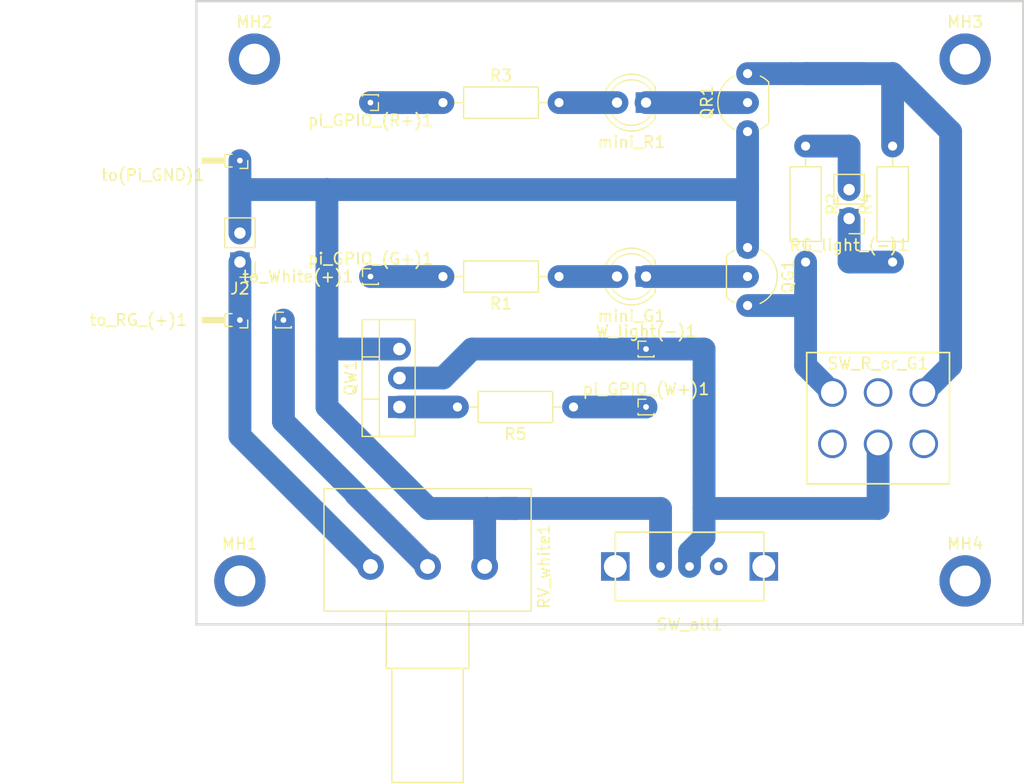
<source format=kicad_pcb>
(kicad_pcb (version 20171130) (host pcbnew "(5.0.0)")

  (general
    (thickness 1.6)
    (drawings 4)
    (tracks 61)
    (zones 0)
    (modules 26)
    (nets 17)
  )

  (page A4)
  (layers
    (0 F.Cu signal)
    (31 B.Cu signal)
    (32 B.Adhes user)
    (33 F.Adhes user)
    (34 B.Paste user)
    (35 F.Paste user)
    (36 B.SilkS user)
    (37 F.SilkS user)
    (38 B.Mask user)
    (39 F.Mask user)
    (40 Dwgs.User user)
    (41 Cmts.User user)
    (42 Eco1.User user)
    (43 Eco2.User user)
    (44 Edge.Cuts user)
    (45 Margin user)
    (46 B.CrtYd user)
    (47 F.CrtYd user)
    (48 B.Fab user)
    (49 F.Fab user)
  )

  (setup
    (last_trace_width 2)
    (trace_clearance 0.2)
    (zone_clearance 0.508)
    (zone_45_only no)
    (trace_min 0.2)
    (segment_width 0.2)
    (edge_width 0.2)
    (via_size 0.8)
    (via_drill 0.4)
    (via_min_size 0.4)
    (via_min_drill 0.3)
    (uvia_size 0.3)
    (uvia_drill 0.1)
    (uvias_allowed no)
    (uvia_min_size 0.2)
    (uvia_min_drill 0.1)
    (pcb_text_width 0.3)
    (pcb_text_size 1.5 1.5)
    (mod_edge_width 0.15)
    (mod_text_size 1 1)
    (mod_text_width 0.15)
    (pad_size 2.7 2.7)
    (pad_drill 2.7)
    (pad_to_mask_clearance 0.2)
    (aux_axis_origin 0 0)
    (visible_elements 7FFFFFFF)
    (pcbplotparams
      (layerselection 0x01000_fffffffe)
      (usegerberextensions false)
      (usegerberattributes false)
      (usegerberadvancedattributes false)
      (creategerberjobfile false)
      (excludeedgelayer false)
      (linewidth 0.100000)
      (plotframeref false)
      (viasonmask false)
      (mode 1)
      (useauxorigin false)
      (hpglpennumber 1)
      (hpglpenspeed 20)
      (hpglpendiameter 15.000000)
      (psnegative false)
      (psa4output false)
      (plotreference true)
      (plotvalue true)
      (plotinvisibletext false)
      (padsonsilk false)
      (subtractmaskfromsilk false)
      (outputformat 1)
      (mirror false)
      (drillshape 0)
      (scaleselection 1)
      (outputdirectory ""))
  )

  (net 0 "")
  (net 1 "Net-(J2-Pad1)")
  (net 2 "Net-(R4-Pad1)")
  (net 3 "Net-(R5-Pad1)")
  (net 4 "Net-(R3-Pad1)")
  (net 5 "Net-(QG1-Pad2)")
  (net 6 "Net-(QG1-Pad3)")
  (net 7 "Net-(J2-Pad2)")
  (net 8 "Net-(QR1-Pad2)")
  (net 9 "Net-(QR1-Pad3)")
  (net 10 "Net-(QW1-Pad1)")
  (net 11 "Net-(QW1-Pad2)")
  (net 12 "Net-(RV_white1-Pad2)")
  (net 13 "Net-(R1-Pad1)")
  (net 14 "Net-(R3-Pad2)")
  (net 15 "Net-(R1-Pad2)")
  (net 16 "Net-(R2-Pad1)")

  (net_class Default "Esta es la clase de red por defecto."
    (clearance 0.2)
    (trace_width 2)
    (via_dia 0.8)
    (via_drill 0.4)
    (uvia_dia 0.3)
    (uvia_drill 0.1)
    (add_net "Net-(J2-Pad1)")
    (add_net "Net-(J2-Pad2)")
    (add_net "Net-(QG1-Pad2)")
    (add_net "Net-(QG1-Pad3)")
    (add_net "Net-(QR1-Pad2)")
    (add_net "Net-(QR1-Pad3)")
    (add_net "Net-(QW1-Pad1)")
    (add_net "Net-(QW1-Pad2)")
    (add_net "Net-(R1-Pad1)")
    (add_net "Net-(R1-Pad2)")
    (add_net "Net-(R2-Pad1)")
    (add_net "Net-(R3-Pad1)")
    (add_net "Net-(R3-Pad2)")
    (add_net "Net-(R4-Pad1)")
    (add_net "Net-(R5-Pad1)")
    (add_net "Net-(RV_white1-Pad2)")
  )

  (module Fluopi:SW_KNX_2_12,5x11,5_P4 (layer F.Cu) (tedit 5D646BBD) (tstamp 5D95F34C)
    (at 127 99.06)
    (path /5D5DFC81)
    (fp_text reference SW_R_or_G1 (at 0 -2.54) (layer F.SilkS)
      (effects (font (size 1 1) (thickness 0.15)))
    )
    (fp_text value SW_DPDT_x2 (at 2.54 9.66) (layer F.Fab)
      (effects (font (size 1 1) (thickness 0.15)))
    )
    (fp_line (start 6.25 -3.5) (end -6.25 -3.5) (layer F.SilkS) (width 0.15))
    (fp_line (start 6.25 -3.5) (end 6.25 8) (layer F.SilkS) (width 0.15))
    (fp_line (start -6.25 8) (end 6.25 8) (layer F.SilkS) (width 0.15))
    (fp_line (start -6.25 -3.5) (end -6.25 8) (layer F.SilkS) (width 0.15))
    (pad 6 thru_hole circle (at 4 4.5) (size 2.5 2.5) (drill 2) (layers *.Cu *.Mask))
    (pad 2 thru_hole circle (at 0 4.5) (size 2.5 2.5) (drill 2) (layers *.Cu *.Mask)
      (net 11 "Net-(QW1-Pad2)"))
    (pad 4 thru_hole circle (at -4 4.5) (size 2.5 2.5) (drill 2) (layers *.Cu *.Mask))
    (pad 3 thru_hole circle (at 4 0) (size 2.5 2.5) (drill 2) (layers *.Cu *.Mask)
      (net 9 "Net-(QR1-Pad3)"))
    (pad 5 thru_hole circle (at 0 0) (size 2.5 2.5) (drill 2) (layers *.Cu *.Mask))
    (pad 1 thru_hole circle (at -4 0) (size 2.5 2.5) (drill 2) (layers *.Cu *.Mask)
      (net 6 "Net-(QG1-Pad3)"))
  )

  (module Connector_PinHeader_2.54mm:PinHeader_1x02_P2.54mm_Vertical (layer F.Cu) (tedit 59FED5CC) (tstamp 5D95F1C5)
    (at 71.12 87.63 180)
    (descr "Through hole straight pin header, 1x02, 2.54mm pitch, single row")
    (tags "Through hole pin header THT 1x02 2.54mm single row")
    (path /5D64D37B)
    (fp_text reference J2 (at 0 -2.33 180) (layer F.SilkS)
      (effects (font (size 1 1) (thickness 0.15)))
    )
    (fp_text value "to power supply V(-)(+)" (at 11.43 1.27 180) (layer F.Fab)
      (effects (font (size 1 1) (thickness 0.15)))
    )
    (fp_line (start -0.635 -1.27) (end 1.27 -1.27) (layer F.Fab) (width 0.1))
    (fp_line (start 1.27 -1.27) (end 1.27 3.81) (layer F.Fab) (width 0.1))
    (fp_line (start 1.27 3.81) (end -1.27 3.81) (layer F.Fab) (width 0.1))
    (fp_line (start -1.27 3.81) (end -1.27 -0.635) (layer F.Fab) (width 0.1))
    (fp_line (start -1.27 -0.635) (end -0.635 -1.27) (layer F.Fab) (width 0.1))
    (fp_line (start -1.33 3.87) (end 1.33 3.87) (layer F.SilkS) (width 0.12))
    (fp_line (start -1.33 1.27) (end -1.33 3.87) (layer F.SilkS) (width 0.12))
    (fp_line (start 1.33 1.27) (end 1.33 3.87) (layer F.SilkS) (width 0.12))
    (fp_line (start -1.33 1.27) (end 1.33 1.27) (layer F.SilkS) (width 0.12))
    (fp_line (start -1.33 0) (end -1.33 -1.33) (layer F.SilkS) (width 0.12))
    (fp_line (start -1.33 -1.33) (end 0 -1.33) (layer F.SilkS) (width 0.12))
    (fp_line (start -1.8 -1.8) (end -1.8 4.35) (layer F.CrtYd) (width 0.05))
    (fp_line (start -1.8 4.35) (end 1.8 4.35) (layer F.CrtYd) (width 0.05))
    (fp_line (start 1.8 4.35) (end 1.8 -1.8) (layer F.CrtYd) (width 0.05))
    (fp_line (start 1.8 -1.8) (end -1.8 -1.8) (layer F.CrtYd) (width 0.05))
    (fp_text user %R (at 0 1.27 270) (layer F.Fab)
      (effects (font (size 1 1) (thickness 0.15)))
    )
    (pad 1 thru_hole rect (at 0 0 180) (size 1.7 1.7) (drill 1) (layers *.Cu *.Mask)
      (net 1 "Net-(J2-Pad1)"))
    (pad 2 thru_hole oval (at 0 2.54 180) (size 1.7 1.7) (drill 1) (layers *.Cu *.Mask)
      (net 7 "Net-(J2-Pad2)"))
    (model ${KISYS3DMOD}/Connector_PinHeader_2.54mm.3dshapes/PinHeader_1x02_P2.54mm_Vertical.wrl
      (at (xyz 0 0 0))
      (scale (xyz 1 1 1))
      (rotate (xyz 0 0 0))
    )
  )

  (module Connector_PinHeader_1.00mm:PinHeader_1x01_P1.00mm_Vertical (layer F.Cu) (tedit 59FED738) (tstamp 5D95F1FB)
    (at 82.55 88.9)
    (descr "Through hole straight pin header, 1x01, 1.00mm pitch, single row")
    (tags "Through hole pin header THT 1x01 1.00mm single row")
    (path /5BFEF168)
    (fp_text reference "pi_GPIO_(G+)1" (at 0 -1.56) (layer F.SilkS)
      (effects (font (size 1 1) (thickness 0.15)))
    )
    (fp_text value Conn_01x01_Female (at 0 1.56) (layer F.Fab)
      (effects (font (size 1 1) (thickness 0.15)))
    )
    (fp_text user %R (at 0 0 90) (layer F.Fab)
      (effects (font (size 0.76 0.76) (thickness 0.114)))
    )
    (fp_line (start 1.15 -1) (end -1.15 -1) (layer F.CrtYd) (width 0.05))
    (fp_line (start 1.15 1) (end 1.15 -1) (layer F.CrtYd) (width 0.05))
    (fp_line (start -1.15 1) (end 1.15 1) (layer F.CrtYd) (width 0.05))
    (fp_line (start -1.15 -1) (end -1.15 1) (layer F.CrtYd) (width 0.05))
    (fp_line (start -0.695 -0.685) (end 0 -0.685) (layer F.SilkS) (width 0.12))
    (fp_line (start -0.695 0) (end -0.695 -0.685) (layer F.SilkS) (width 0.12))
    (fp_line (start 0.608276 0.685) (end 0.695 0.685) (layer F.SilkS) (width 0.12))
    (fp_line (start -0.695 0.685) (end -0.608276 0.685) (layer F.SilkS) (width 0.12))
    (fp_line (start 0.695 0.685) (end 0.695 0.56) (layer F.SilkS) (width 0.12))
    (fp_line (start -0.695 0.685) (end -0.695 0.56) (layer F.SilkS) (width 0.12))
    (fp_line (start -0.695 0.685) (end 0.695 0.685) (layer F.SilkS) (width 0.12))
    (fp_line (start -0.635 -0.1825) (end -0.3175 -0.5) (layer F.Fab) (width 0.1))
    (fp_line (start -0.635 0.5) (end -0.635 -0.1825) (layer F.Fab) (width 0.1))
    (fp_line (start 0.635 0.5) (end -0.635 0.5) (layer F.Fab) (width 0.1))
    (fp_line (start 0.635 -0.5) (end 0.635 0.5) (layer F.Fab) (width 0.1))
    (fp_line (start -0.3175 -0.5) (end 0.635 -0.5) (layer F.Fab) (width 0.1))
    (pad 1 thru_hole rect (at 0 0) (size 0.85 0.85) (drill 0.5) (layers *.Cu *.Mask)
      (net 15 "Net-(R1-Pad2)"))
    (model ${KISYS3DMOD}/Connector_PinHeader_1.00mm.3dshapes/PinHeader_1x01_P1.00mm_Vertical.wrl
      (at (xyz 0 0 0))
      (scale (xyz 1 1 1))
      (rotate (xyz 0 0 0))
    )
  )

  (module Connector_PinHeader_1.00mm:PinHeader_1x01_P1.00mm_Vertical (layer F.Cu) (tedit 59FED738) (tstamp 5D95F211)
    (at 82.55 73.66 180)
    (descr "Through hole straight pin header, 1x01, 1.00mm pitch, single row")
    (tags "Through hole pin header THT 1x01 1.00mm single row")
    (path /5C746159)
    (fp_text reference "pi_GPIO_(R+)1" (at 0 -1.56 180) (layer F.SilkS)
      (effects (font (size 1 1) (thickness 0.15)))
    )
    (fp_text value Conn_01x01_Female (at 0 1.56 180) (layer F.Fab)
      (effects (font (size 1 1) (thickness 0.15)))
    )
    (fp_line (start -0.3175 -0.5) (end 0.635 -0.5) (layer F.Fab) (width 0.1))
    (fp_line (start 0.635 -0.5) (end 0.635 0.5) (layer F.Fab) (width 0.1))
    (fp_line (start 0.635 0.5) (end -0.635 0.5) (layer F.Fab) (width 0.1))
    (fp_line (start -0.635 0.5) (end -0.635 -0.1825) (layer F.Fab) (width 0.1))
    (fp_line (start -0.635 -0.1825) (end -0.3175 -0.5) (layer F.Fab) (width 0.1))
    (fp_line (start -0.695 0.685) (end 0.695 0.685) (layer F.SilkS) (width 0.12))
    (fp_line (start -0.695 0.685) (end -0.695 0.56) (layer F.SilkS) (width 0.12))
    (fp_line (start 0.695 0.685) (end 0.695 0.56) (layer F.SilkS) (width 0.12))
    (fp_line (start -0.695 0.685) (end -0.608276 0.685) (layer F.SilkS) (width 0.12))
    (fp_line (start 0.608276 0.685) (end 0.695 0.685) (layer F.SilkS) (width 0.12))
    (fp_line (start -0.695 0) (end -0.695 -0.685) (layer F.SilkS) (width 0.12))
    (fp_line (start -0.695 -0.685) (end 0 -0.685) (layer F.SilkS) (width 0.12))
    (fp_line (start -1.15 -1) (end -1.15 1) (layer F.CrtYd) (width 0.05))
    (fp_line (start -1.15 1) (end 1.15 1) (layer F.CrtYd) (width 0.05))
    (fp_line (start 1.15 1) (end 1.15 -1) (layer F.CrtYd) (width 0.05))
    (fp_line (start 1.15 -1) (end -1.15 -1) (layer F.CrtYd) (width 0.05))
    (fp_text user %R (at 0 0 270) (layer F.Fab)
      (effects (font (size 0.76 0.76) (thickness 0.114)))
    )
    (pad 1 thru_hole rect (at 0 0 180) (size 0.85 0.85) (drill 0.5) (layers *.Cu *.Mask)
      (net 4 "Net-(R3-Pad1)"))
    (model ${KISYS3DMOD}/Connector_PinHeader_1.00mm.3dshapes/PinHeader_1x01_P1.00mm_Vertical.wrl
      (at (xyz 0 0 0))
      (scale (xyz 1 1 1))
      (rotate (xyz 0 0 0))
    )
  )

  (module Connector_PinHeader_1.00mm:PinHeader_1x01_P1.00mm_Vertical (layer F.Cu) (tedit 59FED738) (tstamp 5D95F227)
    (at 106.68 100.33)
    (descr "Through hole straight pin header, 1x01, 1.00mm pitch, single row")
    (tags "Through hole pin header THT 1x01 1.00mm single row")
    (path /5D5F41A4)
    (fp_text reference "pi_GPIO_(W+)1" (at 0 -1.56) (layer F.SilkS)
      (effects (font (size 1 1) (thickness 0.15)))
    )
    (fp_text value Conn_01x01_Female (at 0 1.56) (layer F.Fab)
      (effects (font (size 1 1) (thickness 0.15)))
    )
    (fp_line (start -0.3175 -0.5) (end 0.635 -0.5) (layer F.Fab) (width 0.1))
    (fp_line (start 0.635 -0.5) (end 0.635 0.5) (layer F.Fab) (width 0.1))
    (fp_line (start 0.635 0.5) (end -0.635 0.5) (layer F.Fab) (width 0.1))
    (fp_line (start -0.635 0.5) (end -0.635 -0.1825) (layer F.Fab) (width 0.1))
    (fp_line (start -0.635 -0.1825) (end -0.3175 -0.5) (layer F.Fab) (width 0.1))
    (fp_line (start -0.695 0.685) (end 0.695 0.685) (layer F.SilkS) (width 0.12))
    (fp_line (start -0.695 0.685) (end -0.695 0.56) (layer F.SilkS) (width 0.12))
    (fp_line (start 0.695 0.685) (end 0.695 0.56) (layer F.SilkS) (width 0.12))
    (fp_line (start -0.695 0.685) (end -0.608276 0.685) (layer F.SilkS) (width 0.12))
    (fp_line (start 0.608276 0.685) (end 0.695 0.685) (layer F.SilkS) (width 0.12))
    (fp_line (start -0.695 0) (end -0.695 -0.685) (layer F.SilkS) (width 0.12))
    (fp_line (start -0.695 -0.685) (end 0 -0.685) (layer F.SilkS) (width 0.12))
    (fp_line (start -1.15 -1) (end -1.15 1) (layer F.CrtYd) (width 0.05))
    (fp_line (start -1.15 1) (end 1.15 1) (layer F.CrtYd) (width 0.05))
    (fp_line (start 1.15 1) (end 1.15 -1) (layer F.CrtYd) (width 0.05))
    (fp_line (start 1.15 -1) (end -1.15 -1) (layer F.CrtYd) (width 0.05))
    (fp_text user %R (at 0 0 90) (layer F.Fab)
      (effects (font (size 0.76 0.76) (thickness 0.114)))
    )
    (pad 1 thru_hole rect (at 0 0) (size 0.85 0.85) (drill 0.5) (layers *.Cu *.Mask)
      (net 3 "Net-(R5-Pad1)"))
    (model ${KISYS3DMOD}/Connector_PinHeader_1.00mm.3dshapes/PinHeader_1x01_P1.00mm_Vertical.wrl
      (at (xyz 0 0 0))
      (scale (xyz 1 1 1))
      (rotate (xyz 0 0 0))
    )
  )

  (module Package_TO_SOT_THT:TO-92_Inline_Wide (layer F.Cu) (tedit 5A02FF81) (tstamp 5D95F23B)
    (at 115.57 86.36 270)
    (descr "TO-92 leads in-line, wide, drill 0.75mm (see NXP sot054_po.pdf)")
    (tags "to-92 sc-43 sc-43a sot54 PA33 transistor")
    (path /5BFEECEF)
    (fp_text reference QG1 (at 2.54 -3.56 270) (layer F.SilkS)
      (effects (font (size 1 1) (thickness 0.15)))
    )
    (fp_text value 2N3904 (at 2.54 2.79 270) (layer F.Fab)
      (effects (font (size 1 1) (thickness 0.15)))
    )
    (fp_text user %R (at 2.54 -3.56 270) (layer F.Fab)
      (effects (font (size 1 1) (thickness 0.15)))
    )
    (fp_line (start 0.74 1.85) (end 4.34 1.85) (layer F.SilkS) (width 0.12))
    (fp_line (start 0.8 1.75) (end 4.3 1.75) (layer F.Fab) (width 0.1))
    (fp_line (start -1.01 -2.73) (end 6.09 -2.73) (layer F.CrtYd) (width 0.05))
    (fp_line (start -1.01 -2.73) (end -1.01 2.01) (layer F.CrtYd) (width 0.05))
    (fp_line (start 6.09 2.01) (end 6.09 -2.73) (layer F.CrtYd) (width 0.05))
    (fp_line (start 6.09 2.01) (end -1.01 2.01) (layer F.CrtYd) (width 0.05))
    (fp_arc (start 2.54 0) (end 0.74 1.85) (angle 20) (layer F.SilkS) (width 0.12))
    (fp_arc (start 2.54 0) (end 2.54 -2.6) (angle -65) (layer F.SilkS) (width 0.12))
    (fp_arc (start 2.54 0) (end 2.54 -2.6) (angle 65) (layer F.SilkS) (width 0.12))
    (fp_arc (start 2.54 0) (end 2.54 -2.48) (angle 135) (layer F.Fab) (width 0.1))
    (fp_arc (start 2.54 0) (end 2.54 -2.48) (angle -135) (layer F.Fab) (width 0.1))
    (fp_arc (start 2.54 0) (end 4.34 1.85) (angle -20) (layer F.SilkS) (width 0.12))
    (pad 2 thru_hole circle (at 2.54 0) (size 1.5 1.5) (drill 0.8) (layers *.Cu *.Mask)
      (net 5 "Net-(QG1-Pad2)"))
    (pad 3 thru_hole circle (at 5.08 0) (size 1.5 1.5) (drill 0.8) (layers *.Cu *.Mask)
      (net 6 "Net-(QG1-Pad3)"))
    (pad 1 thru_hole rect (at 0 0) (size 1.5 1.5) (drill 0.8) (layers *.Cu *.Mask)
      (net 7 "Net-(J2-Pad2)"))
    (model ${KISYS3DMOD}/Package_TO_SOT_THT.3dshapes/TO-92_Inline_Wide.wrl
      (at (xyz 0 0 0))
      (scale (xyz 1 1 1))
      (rotate (xyz 0 0 0))
    )
  )

  (module Package_TO_SOT_THT:TO-92_Inline_Wide (layer F.Cu) (tedit 5A02FF81) (tstamp 5D95F24F)
    (at 115.57 76.2 90)
    (descr "TO-92 leads in-line, wide, drill 0.75mm (see NXP sot054_po.pdf)")
    (tags "to-92 sc-43 sc-43a sot54 PA33 transistor")
    (path /5C745034)
    (fp_text reference QR1 (at 2.54 -3.56 90) (layer F.SilkS)
      (effects (font (size 1 1) (thickness 0.15)))
    )
    (fp_text value 2N3904 (at 2.54 2.79 90) (layer F.Fab)
      (effects (font (size 1 1) (thickness 0.15)))
    )
    (fp_text user %R (at 2.54 -3.56 90) (layer F.Fab)
      (effects (font (size 1 1) (thickness 0.15)))
    )
    (fp_line (start 0.74 1.85) (end 4.34 1.85) (layer F.SilkS) (width 0.12))
    (fp_line (start 0.8 1.75) (end 4.3 1.75) (layer F.Fab) (width 0.1))
    (fp_line (start -1.01 -2.73) (end 6.09 -2.73) (layer F.CrtYd) (width 0.05))
    (fp_line (start -1.01 -2.73) (end -1.01 2.01) (layer F.CrtYd) (width 0.05))
    (fp_line (start 6.09 2.01) (end 6.09 -2.73) (layer F.CrtYd) (width 0.05))
    (fp_line (start 6.09 2.01) (end -1.01 2.01) (layer F.CrtYd) (width 0.05))
    (fp_arc (start 2.54 0) (end 0.74 1.85) (angle 20) (layer F.SilkS) (width 0.12))
    (fp_arc (start 2.54 0) (end 2.54 -2.6) (angle -65) (layer F.SilkS) (width 0.12))
    (fp_arc (start 2.54 0) (end 2.54 -2.6) (angle 65) (layer F.SilkS) (width 0.12))
    (fp_arc (start 2.54 0) (end 2.54 -2.48) (angle 135) (layer F.Fab) (width 0.1))
    (fp_arc (start 2.54 0) (end 2.54 -2.48) (angle -135) (layer F.Fab) (width 0.1))
    (fp_arc (start 2.54 0) (end 4.34 1.85) (angle -20) (layer F.SilkS) (width 0.12))
    (pad 2 thru_hole circle (at 2.54 0 180) (size 1.5 1.5) (drill 0.8) (layers *.Cu *.Mask)
      (net 8 "Net-(QR1-Pad2)"))
    (pad 3 thru_hole circle (at 5.08 0 180) (size 1.5 1.5) (drill 0.8) (layers *.Cu *.Mask)
      (net 9 "Net-(QR1-Pad3)"))
    (pad 1 thru_hole rect (at 0 0 180) (size 1.5 1.5) (drill 0.8) (layers *.Cu *.Mask)
      (net 7 "Net-(J2-Pad2)"))
    (model ${KISYS3DMOD}/Package_TO_SOT_THT.3dshapes/TO-92_Inline_Wide.wrl
      (at (xyz 0 0 0))
      (scale (xyz 1 1 1))
      (rotate (xyz 0 0 0))
    )
  )

  (module Resistor_THT:R_Axial_DIN0207_L6.3mm_D2.5mm_P10.16mm_Horizontal (layer F.Cu) (tedit 5AE5139B) (tstamp 5D95F27A)
    (at 99.06 88.9 180)
    (descr "Resistor, Axial_DIN0207 series, Axial, Horizontal, pin pitch=10.16mm, 0.25W = 1/4W, length*diameter=6.3*2.5mm^2, http://cdn-reichelt.de/documents/datenblatt/B400/1_4W%23YAG.pdf")
    (tags "Resistor Axial_DIN0207 series Axial Horizontal pin pitch 10.16mm 0.25W = 1/4W length 6.3mm diameter 2.5mm")
    (path /5BFEEE50)
    (fp_text reference R1 (at 5.08 -2.37 180) (layer F.SilkS)
      (effects (font (size 1 1) (thickness 0.15)))
    )
    (fp_text value R (at 5.08 2.37 180) (layer F.Fab)
      (effects (font (size 1 1) (thickness 0.15)))
    )
    (fp_text user %R (at 5.08 0 180) (layer F.Fab)
      (effects (font (size 1 1) (thickness 0.15)))
    )
    (fp_line (start 11.21 -1.5) (end -1.05 -1.5) (layer F.CrtYd) (width 0.05))
    (fp_line (start 11.21 1.5) (end 11.21 -1.5) (layer F.CrtYd) (width 0.05))
    (fp_line (start -1.05 1.5) (end 11.21 1.5) (layer F.CrtYd) (width 0.05))
    (fp_line (start -1.05 -1.5) (end -1.05 1.5) (layer F.CrtYd) (width 0.05))
    (fp_line (start 9.12 0) (end 8.35 0) (layer F.SilkS) (width 0.12))
    (fp_line (start 1.04 0) (end 1.81 0) (layer F.SilkS) (width 0.12))
    (fp_line (start 8.35 -1.37) (end 1.81 -1.37) (layer F.SilkS) (width 0.12))
    (fp_line (start 8.35 1.37) (end 8.35 -1.37) (layer F.SilkS) (width 0.12))
    (fp_line (start 1.81 1.37) (end 8.35 1.37) (layer F.SilkS) (width 0.12))
    (fp_line (start 1.81 -1.37) (end 1.81 1.37) (layer F.SilkS) (width 0.12))
    (fp_line (start 10.16 0) (end 8.23 0) (layer F.Fab) (width 0.1))
    (fp_line (start 0 0) (end 1.93 0) (layer F.Fab) (width 0.1))
    (fp_line (start 8.23 -1.25) (end 1.93 -1.25) (layer F.Fab) (width 0.1))
    (fp_line (start 8.23 1.25) (end 8.23 -1.25) (layer F.Fab) (width 0.1))
    (fp_line (start 1.93 1.25) (end 8.23 1.25) (layer F.Fab) (width 0.1))
    (fp_line (start 1.93 -1.25) (end 1.93 1.25) (layer F.Fab) (width 0.1))
    (pad 2 thru_hole oval (at 10.16 0 180) (size 1.6 1.6) (drill 0.8) (layers *.Cu *.Mask)
      (net 15 "Net-(R1-Pad2)"))
    (pad 1 thru_hole circle (at 0 0 180) (size 1.6 1.6) (drill 0.8) (layers *.Cu *.Mask)
      (net 13 "Net-(R1-Pad1)"))
    (model ${KISYS3DMOD}/Resistor_THT.3dshapes/R_Axial_DIN0207_L6.3mm_D2.5mm_P10.16mm_Horizontal.wrl
      (at (xyz 0 0 0))
      (scale (xyz 1 1 1))
      (rotate (xyz 0 0 0))
    )
  )

  (module Resistor_THT:R_Axial_DIN0207_L6.3mm_D2.5mm_P10.16mm_Horizontal (layer F.Cu) (tedit 5AE5139B) (tstamp 5D95F291)
    (at 120.65 77.47 270)
    (descr "Resistor, Axial_DIN0207 series, Axial, Horizontal, pin pitch=10.16mm, 0.25W = 1/4W, length*diameter=6.3*2.5mm^2, http://cdn-reichelt.de/documents/datenblatt/B400/1_4W%23YAG.pdf")
    (tags "Resistor Axial_DIN0207 series Axial Horizontal pin pitch 10.16mm 0.25W = 1/4W length 6.3mm diameter 2.5mm")
    (path /5BFEEDED)
    (fp_text reference R2 (at 5.08 -2.37 270) (layer F.SilkS)
      (effects (font (size 1 1) (thickness 0.15)))
    )
    (fp_text value R (at 5.08 2.37 270) (layer F.Fab)
      (effects (font (size 1 1) (thickness 0.15)))
    )
    (fp_line (start 1.93 -1.25) (end 1.93 1.25) (layer F.Fab) (width 0.1))
    (fp_line (start 1.93 1.25) (end 8.23 1.25) (layer F.Fab) (width 0.1))
    (fp_line (start 8.23 1.25) (end 8.23 -1.25) (layer F.Fab) (width 0.1))
    (fp_line (start 8.23 -1.25) (end 1.93 -1.25) (layer F.Fab) (width 0.1))
    (fp_line (start 0 0) (end 1.93 0) (layer F.Fab) (width 0.1))
    (fp_line (start 10.16 0) (end 8.23 0) (layer F.Fab) (width 0.1))
    (fp_line (start 1.81 -1.37) (end 1.81 1.37) (layer F.SilkS) (width 0.12))
    (fp_line (start 1.81 1.37) (end 8.35 1.37) (layer F.SilkS) (width 0.12))
    (fp_line (start 8.35 1.37) (end 8.35 -1.37) (layer F.SilkS) (width 0.12))
    (fp_line (start 8.35 -1.37) (end 1.81 -1.37) (layer F.SilkS) (width 0.12))
    (fp_line (start 1.04 0) (end 1.81 0) (layer F.SilkS) (width 0.12))
    (fp_line (start 9.12 0) (end 8.35 0) (layer F.SilkS) (width 0.12))
    (fp_line (start -1.05 -1.5) (end -1.05 1.5) (layer F.CrtYd) (width 0.05))
    (fp_line (start -1.05 1.5) (end 11.21 1.5) (layer F.CrtYd) (width 0.05))
    (fp_line (start 11.21 1.5) (end 11.21 -1.5) (layer F.CrtYd) (width 0.05))
    (fp_line (start 11.21 -1.5) (end -1.05 -1.5) (layer F.CrtYd) (width 0.05))
    (fp_text user %R (at 5.08 0 270) (layer F.Fab)
      (effects (font (size 1 1) (thickness 0.15)))
    )
    (pad 1 thru_hole circle (at 0 0 270) (size 1.6 1.6) (drill 0.8) (layers *.Cu *.Mask)
      (net 16 "Net-(R2-Pad1)"))
    (pad 2 thru_hole oval (at 10.16 0 270) (size 1.6 1.6) (drill 0.8) (layers *.Cu *.Mask)
      (net 6 "Net-(QG1-Pad3)"))
    (model ${KISYS3DMOD}/Resistor_THT.3dshapes/R_Axial_DIN0207_L6.3mm_D2.5mm_P10.16mm_Horizontal.wrl
      (at (xyz 0 0 0))
      (scale (xyz 1 1 1))
      (rotate (xyz 0 0 0))
    )
  )

  (module Resistor_THT:R_Axial_DIN0207_L6.3mm_D2.5mm_P10.16mm_Horizontal (layer F.Cu) (tedit 5AE5139B) (tstamp 5D95F2A8)
    (at 88.9 73.66)
    (descr "Resistor, Axial_DIN0207 series, Axial, Horizontal, pin pitch=10.16mm, 0.25W = 1/4W, length*diameter=6.3*2.5mm^2, http://cdn-reichelt.de/documents/datenblatt/B400/1_4W%23YAG.pdf")
    (tags "Resistor Axial_DIN0207 series Axial Horizontal pin pitch 10.16mm 0.25W = 1/4W length 6.3mm diameter 2.5mm")
    (path /5C7460C9)
    (fp_text reference R3 (at 5.08 -2.37) (layer F.SilkS)
      (effects (font (size 1 1) (thickness 0.15)))
    )
    (fp_text value R (at 5.08 2.37) (layer F.Fab)
      (effects (font (size 1 1) (thickness 0.15)))
    )
    (fp_text user %R (at 5.08 0) (layer F.Fab)
      (effects (font (size 1 1) (thickness 0.15)))
    )
    (fp_line (start 11.21 -1.5) (end -1.05 -1.5) (layer F.CrtYd) (width 0.05))
    (fp_line (start 11.21 1.5) (end 11.21 -1.5) (layer F.CrtYd) (width 0.05))
    (fp_line (start -1.05 1.5) (end 11.21 1.5) (layer F.CrtYd) (width 0.05))
    (fp_line (start -1.05 -1.5) (end -1.05 1.5) (layer F.CrtYd) (width 0.05))
    (fp_line (start 9.12 0) (end 8.35 0) (layer F.SilkS) (width 0.12))
    (fp_line (start 1.04 0) (end 1.81 0) (layer F.SilkS) (width 0.12))
    (fp_line (start 8.35 -1.37) (end 1.81 -1.37) (layer F.SilkS) (width 0.12))
    (fp_line (start 8.35 1.37) (end 8.35 -1.37) (layer F.SilkS) (width 0.12))
    (fp_line (start 1.81 1.37) (end 8.35 1.37) (layer F.SilkS) (width 0.12))
    (fp_line (start 1.81 -1.37) (end 1.81 1.37) (layer F.SilkS) (width 0.12))
    (fp_line (start 10.16 0) (end 8.23 0) (layer F.Fab) (width 0.1))
    (fp_line (start 0 0) (end 1.93 0) (layer F.Fab) (width 0.1))
    (fp_line (start 8.23 -1.25) (end 1.93 -1.25) (layer F.Fab) (width 0.1))
    (fp_line (start 8.23 1.25) (end 8.23 -1.25) (layer F.Fab) (width 0.1))
    (fp_line (start 1.93 1.25) (end 8.23 1.25) (layer F.Fab) (width 0.1))
    (fp_line (start 1.93 -1.25) (end 1.93 1.25) (layer F.Fab) (width 0.1))
    (pad 2 thru_hole oval (at 10.16 0) (size 1.6 1.6) (drill 0.8) (layers *.Cu *.Mask)
      (net 14 "Net-(R3-Pad2)"))
    (pad 1 thru_hole circle (at 0 0) (size 1.6 1.6) (drill 0.8) (layers *.Cu *.Mask)
      (net 4 "Net-(R3-Pad1)"))
    (model ${KISYS3DMOD}/Resistor_THT.3dshapes/R_Axial_DIN0207_L6.3mm_D2.5mm_P10.16mm_Horizontal.wrl
      (at (xyz 0 0 0))
      (scale (xyz 1 1 1))
      (rotate (xyz 0 0 0))
    )
  )

  (module Resistor_THT:R_Axial_DIN0207_L6.3mm_D2.5mm_P10.16mm_Horizontal (layer F.Cu) (tedit 5AE5139B) (tstamp 5D95F2BF)
    (at 128.27 87.63 90)
    (descr "Resistor, Axial_DIN0207 series, Axial, Horizontal, pin pitch=10.16mm, 0.25W = 1/4W, length*diameter=6.3*2.5mm^2, http://cdn-reichelt.de/documents/datenblatt/B400/1_4W%23YAG.pdf")
    (tags "Resistor Axial_DIN0207 series Axial Horizontal pin pitch 10.16mm 0.25W = 1/4W length 6.3mm diameter 2.5mm")
    (path /5C74511A)
    (fp_text reference R4 (at 5.08 -2.37 90) (layer F.SilkS)
      (effects (font (size 1 1) (thickness 0.15)))
    )
    (fp_text value R (at 5.08 2.37 90) (layer F.Fab)
      (effects (font (size 1 1) (thickness 0.15)))
    )
    (fp_text user %R (at 5.08 0 180) (layer F.Fab)
      (effects (font (size 1 1) (thickness 0.15)))
    )
    (fp_line (start 11.21 -1.5) (end -1.05 -1.5) (layer F.CrtYd) (width 0.05))
    (fp_line (start 11.21 1.5) (end 11.21 -1.5) (layer F.CrtYd) (width 0.05))
    (fp_line (start -1.05 1.5) (end 11.21 1.5) (layer F.CrtYd) (width 0.05))
    (fp_line (start -1.05 -1.5) (end -1.05 1.5) (layer F.CrtYd) (width 0.05))
    (fp_line (start 9.12 0) (end 8.35 0) (layer F.SilkS) (width 0.12))
    (fp_line (start 1.04 0) (end 1.81 0) (layer F.SilkS) (width 0.12))
    (fp_line (start 8.35 -1.37) (end 1.81 -1.37) (layer F.SilkS) (width 0.12))
    (fp_line (start 8.35 1.37) (end 8.35 -1.37) (layer F.SilkS) (width 0.12))
    (fp_line (start 1.81 1.37) (end 8.35 1.37) (layer F.SilkS) (width 0.12))
    (fp_line (start 1.81 -1.37) (end 1.81 1.37) (layer F.SilkS) (width 0.12))
    (fp_line (start 10.16 0) (end 8.23 0) (layer F.Fab) (width 0.1))
    (fp_line (start 0 0) (end 1.93 0) (layer F.Fab) (width 0.1))
    (fp_line (start 8.23 -1.25) (end 1.93 -1.25) (layer F.Fab) (width 0.1))
    (fp_line (start 8.23 1.25) (end 8.23 -1.25) (layer F.Fab) (width 0.1))
    (fp_line (start 1.93 1.25) (end 8.23 1.25) (layer F.Fab) (width 0.1))
    (fp_line (start 1.93 -1.25) (end 1.93 1.25) (layer F.Fab) (width 0.1))
    (pad 2 thru_hole oval (at 10.16 0 90) (size 1.6 1.6) (drill 0.8) (layers *.Cu *.Mask)
      (net 9 "Net-(QR1-Pad3)"))
    (pad 1 thru_hole circle (at 0 0 90) (size 1.6 1.6) (drill 0.8) (layers *.Cu *.Mask)
      (net 2 "Net-(R4-Pad1)"))
    (model ${KISYS3DMOD}/Resistor_THT.3dshapes/R_Axial_DIN0207_L6.3mm_D2.5mm_P10.16mm_Horizontal.wrl
      (at (xyz 0 0 0))
      (scale (xyz 1 1 1))
      (rotate (xyz 0 0 0))
    )
  )

  (module Resistor_THT:R_Axial_DIN0207_L6.3mm_D2.5mm_P10.16mm_Horizontal (layer F.Cu) (tedit 5AE5139B) (tstamp 5D95F2D6)
    (at 100.33 100.33 180)
    (descr "Resistor, Axial_DIN0207 series, Axial, Horizontal, pin pitch=10.16mm, 0.25W = 1/4W, length*diameter=6.3*2.5mm^2, http://cdn-reichelt.de/documents/datenblatt/B400/1_4W%23YAG.pdf")
    (tags "Resistor Axial_DIN0207 series Axial Horizontal pin pitch 10.16mm 0.25W = 1/4W length 6.3mm diameter 2.5mm")
    (path /5D5F55BD)
    (fp_text reference R5 (at 5.08 -2.37 180) (layer F.SilkS)
      (effects (font (size 1 1) (thickness 0.15)))
    )
    (fp_text value R (at 5.08 2.37 180) (layer F.Fab)
      (effects (font (size 1 1) (thickness 0.15)))
    )
    (fp_line (start 1.93 -1.25) (end 1.93 1.25) (layer F.Fab) (width 0.1))
    (fp_line (start 1.93 1.25) (end 8.23 1.25) (layer F.Fab) (width 0.1))
    (fp_line (start 8.23 1.25) (end 8.23 -1.25) (layer F.Fab) (width 0.1))
    (fp_line (start 8.23 -1.25) (end 1.93 -1.25) (layer F.Fab) (width 0.1))
    (fp_line (start 0 0) (end 1.93 0) (layer F.Fab) (width 0.1))
    (fp_line (start 10.16 0) (end 8.23 0) (layer F.Fab) (width 0.1))
    (fp_line (start 1.81 -1.37) (end 1.81 1.37) (layer F.SilkS) (width 0.12))
    (fp_line (start 1.81 1.37) (end 8.35 1.37) (layer F.SilkS) (width 0.12))
    (fp_line (start 8.35 1.37) (end 8.35 -1.37) (layer F.SilkS) (width 0.12))
    (fp_line (start 8.35 -1.37) (end 1.81 -1.37) (layer F.SilkS) (width 0.12))
    (fp_line (start 1.04 0) (end 1.81 0) (layer F.SilkS) (width 0.12))
    (fp_line (start 9.12 0) (end 8.35 0) (layer F.SilkS) (width 0.12))
    (fp_line (start -1.05 -1.5) (end -1.05 1.5) (layer F.CrtYd) (width 0.05))
    (fp_line (start -1.05 1.5) (end 11.21 1.5) (layer F.CrtYd) (width 0.05))
    (fp_line (start 11.21 1.5) (end 11.21 -1.5) (layer F.CrtYd) (width 0.05))
    (fp_line (start 11.21 -1.5) (end -1.05 -1.5) (layer F.CrtYd) (width 0.05))
    (fp_text user %R (at 5.08 0 180) (layer F.Fab)
      (effects (font (size 1 1) (thickness 0.15)))
    )
    (pad 1 thru_hole circle (at 0 0 180) (size 1.6 1.6) (drill 0.8) (layers *.Cu *.Mask)
      (net 3 "Net-(R5-Pad1)"))
    (pad 2 thru_hole oval (at 10.16 0 180) (size 1.6 1.6) (drill 0.8) (layers *.Cu *.Mask)
      (net 10 "Net-(QW1-Pad1)"))
    (model ${KISYS3DMOD}/Resistor_THT.3dshapes/R_Axial_DIN0207_L6.3mm_D2.5mm_P10.16mm_Horizontal.wrl
      (at (xyz 0 0 0))
      (scale (xyz 1 1 1))
      (rotate (xyz 0 0 0))
    )
  )

  (module Potentiometer_THT:Potentiometer_Alps_RK163_Single_Horizontal (layer F.Cu) (tedit 5A3D4993) (tstamp 5D95F331)
    (at 82.55 114.3 270)
    (descr "Potentiometer, horizontal, Alps RK163 Single, http://www.alps.com/prod/info/E/HTML/Potentiometer/RotaryPotentiometers/RK16/RK16_list.html")
    (tags "Potentiometer horizontal Alps RK163 Single")
    (path /5D5E17AE)
    (fp_text reference RV_white1 (at 0 -15.2 270) (layer F.SilkS)
      (effects (font (size 1 1) (thickness 0.15)))
    )
    (fp_text value R_POT (at 0 5.2 270) (layer F.Fab)
      (effects (font (size 1 1) (thickness 0.15)))
    )
    (fp_line (start -6.7 -13.95) (end -6.7 3.95) (layer F.Fab) (width 0.1))
    (fp_line (start -6.7 3.95) (end 3.8 3.95) (layer F.Fab) (width 0.1))
    (fp_line (start 3.8 3.95) (end 3.8 -13.95) (layer F.Fab) (width 0.1))
    (fp_line (start 3.8 -13.95) (end -6.7 -13.95) (layer F.Fab) (width 0.1))
    (fp_line (start 3.8 -8.5) (end 3.8 -1.5) (layer F.Fab) (width 0.1))
    (fp_line (start 3.8 -1.5) (end 8.8 -1.5) (layer F.Fab) (width 0.1))
    (fp_line (start 8.8 -1.5) (end 8.8 -8.5) (layer F.Fab) (width 0.1))
    (fp_line (start 8.8 -8.5) (end 3.8 -8.5) (layer F.Fab) (width 0.1))
    (fp_line (start 8.8 -8) (end 8.8 -2) (layer F.Fab) (width 0.1))
    (fp_line (start 8.8 -2) (end 18.8 -2) (layer F.Fab) (width 0.1))
    (fp_line (start 18.8 -2) (end 18.8 -8) (layer F.Fab) (width 0.1))
    (fp_line (start 18.8 -8) (end 8.8 -8) (layer F.Fab) (width 0.1))
    (fp_line (start -6.82 -14.07) (end 3.92 -14.07) (layer F.SilkS) (width 0.12))
    (fp_line (start -6.82 4.07) (end 3.92 4.07) (layer F.SilkS) (width 0.12))
    (fp_line (start -6.82 -14.07) (end -6.82 4.07) (layer F.SilkS) (width 0.12))
    (fp_line (start 3.92 -14.07) (end 3.92 4.07) (layer F.SilkS) (width 0.12))
    (fp_line (start 3.92 -8.62) (end 8.92 -8.62) (layer F.SilkS) (width 0.12))
    (fp_line (start 3.92 -1.38) (end 8.92 -1.38) (layer F.SilkS) (width 0.12))
    (fp_line (start 3.92 -8.62) (end 3.92 -1.38) (layer F.SilkS) (width 0.12))
    (fp_line (start 8.92 -8.62) (end 8.92 -1.38) (layer F.SilkS) (width 0.12))
    (fp_line (start 8.92 -8.12) (end 18.92 -8.12) (layer F.SilkS) (width 0.12))
    (fp_line (start 8.92 -1.879) (end 18.92 -1.879) (layer F.SilkS) (width 0.12))
    (fp_line (start 8.92 -8.12) (end 8.92 -1.879) (layer F.SilkS) (width 0.12))
    (fp_line (start 18.92 -8.12) (end 18.92 -1.879) (layer F.SilkS) (width 0.12))
    (fp_line (start -6.95 -14.2) (end -6.95 4.2) (layer F.CrtYd) (width 0.05))
    (fp_line (start -6.95 4.2) (end 19.05 4.2) (layer F.CrtYd) (width 0.05))
    (fp_line (start 19.05 4.2) (end 19.05 -14.2) (layer F.CrtYd) (width 0.05))
    (fp_line (start 19.05 -14.2) (end -6.95 -14.2) (layer F.CrtYd) (width 0.05))
    (fp_text user %R (at -1.45 -5 270) (layer F.Fab)
      (effects (font (size 1 1) (thickness 0.15)))
    )
    (pad 3 thru_hole circle (at 0 -10 270) (size 2.34 2.34) (drill 1.3) (layers *.Cu *.Mask)
      (net 7 "Net-(J2-Pad2)"))
    (pad 2 thru_hole circle (at 0 -5 270) (size 2.34 2.34) (drill 1.3) (layers *.Cu *.Mask)
      (net 12 "Net-(RV_white1-Pad2)"))
    (pad 1 thru_hole circle (at 0 0 270) (size 2.34 2.34) (drill 1.3) (layers *.Cu *.Mask)
      (net 1 "Net-(J2-Pad1)"))
    (model ${KISYS3DMOD}/Potentiometer_THT.3dshapes/Potentiometer_Alps_RK163_Single_Horizontal.wrl
      (at (xyz 0 0 0))
      (scale (xyz 1 1 1))
      (rotate (xyz 0 0 0))
    )
  )

  (module Fluopi:Switch_THT_13.0x6.0_P2.56 (layer F.Cu) (tedit 5D64274F) (tstamp 5D95F33E)
    (at 110.49 114.3)
    (path /5D5E0A35)
    (fp_text reference SW_all1 (at 0 5.08) (layer F.SilkS)
      (effects (font (size 1 1) (thickness 0.15)))
    )
    (fp_text value SW_DIP_x01 (at 0 6.35) (layer F.Fab)
      (effects (font (size 1 1) (thickness 0.15)))
    )
    (fp_line (start -6.5 -3) (end -6.5 3) (layer F.SilkS) (width 0.15))
    (fp_line (start -6.5 3) (end 6.5 3) (layer F.SilkS) (width 0.15))
    (fp_line (start -6.5 -3) (end 6.5 -3) (layer F.SilkS) (width 0.15))
    (fp_line (start 6.5 -3) (end 6.5 3) (layer F.SilkS) (width 0.15))
    (pad 1 thru_hole circle (at -2.54 0) (size 1.524 1.524) (drill 0.762) (layers *.Cu *.Mask)
      (net 7 "Net-(J2-Pad2)"))
    (pad 2 thru_hole circle (at 0 0) (size 1.524 1.524) (drill 0.762) (layers *.Cu *.Mask)
      (net 11 "Net-(QW1-Pad2)"))
    (pad 3 thru_hole circle (at 2.54 0) (size 1.524 1.524) (drill 0.762) (layers *.Cu *.Mask))
    (pad 4 thru_hole rect (at 6.5 0) (size 2.5 2.5) (drill 2) (layers *.Cu *.Mask))
    (pad 4 thru_hole rect (at -6.5 0) (size 2.5 2.5) (drill 2) (layers *.Cu *.Mask))
  )

  (module Connector_PinHeader_1.00mm:PinHeader_1x01_P1.00mm_Horizontal (layer F.Cu) (tedit 59FED737) (tstamp 5D95F36C)
    (at 71.12 78.74 180)
    (descr "Through hole angled pin header, 1x01, 1.00mm pitch, 2.0mm pin length, single row")
    (tags "Through hole angled pin header THT 1x01 1.00mm single row")
    (path /5BFEF0F7)
    (fp_text reference "to(Pi_GND)1" (at 7.62 -1.27 180) (layer F.SilkS)
      (effects (font (size 1 1) (thickness 0.15)))
    )
    (fp_text value Conn_01x01_Female (at 11.43 1.27 180) (layer F.Fab)
      (effects (font (size 1 1) (thickness 0.15)))
    )
    (fp_line (start 0.5 -0.5) (end 1.25 -0.5) (layer F.Fab) (width 0.1))
    (fp_line (start 1.25 -0.5) (end 1.25 0.5) (layer F.Fab) (width 0.1))
    (fp_line (start 1.25 0.5) (end 0.25 0.5) (layer F.Fab) (width 0.1))
    (fp_line (start 0.25 0.5) (end 0.25 -0.25) (layer F.Fab) (width 0.1))
    (fp_line (start 0.25 -0.25) (end 0.5 -0.5) (layer F.Fab) (width 0.1))
    (fp_line (start -0.15 -0.15) (end 0.25 -0.15) (layer F.Fab) (width 0.1))
    (fp_line (start -0.15 -0.15) (end -0.15 0.15) (layer F.Fab) (width 0.1))
    (fp_line (start -0.15 0.15) (end 0.25 0.15) (layer F.Fab) (width 0.1))
    (fp_line (start 1.25 -0.15) (end 3.25 -0.15) (layer F.Fab) (width 0.1))
    (fp_line (start 3.25 -0.15) (end 3.25 0.15) (layer F.Fab) (width 0.1))
    (fp_line (start 1.25 0.15) (end 3.25 0.15) (layer F.Fab) (width 0.1))
    (fp_line (start 0.685 -0.56) (end 1.31 -0.56) (layer F.SilkS) (width 0.12))
    (fp_line (start 1.31 -0.56) (end 1.31 0.56) (layer F.SilkS) (width 0.12))
    (fp_line (start 1.31 0.56) (end 0.685 0.56) (layer F.SilkS) (width 0.12))
    (fp_line (start 1.31 -0.21) (end 3.31 -0.21) (layer F.SilkS) (width 0.12))
    (fp_line (start 3.31 -0.21) (end 3.31 0.21) (layer F.SilkS) (width 0.12))
    (fp_line (start 3.31 0.21) (end 1.31 0.21) (layer F.SilkS) (width 0.12))
    (fp_line (start 1.31 -0.15) (end 3.31 -0.15) (layer F.SilkS) (width 0.12))
    (fp_line (start 1.31 -0.03) (end 3.31 -0.03) (layer F.SilkS) (width 0.12))
    (fp_line (start 1.31 0.09) (end 3.31 0.09) (layer F.SilkS) (width 0.12))
    (fp_line (start -0.685 0) (end -0.685 -0.685) (layer F.SilkS) (width 0.12))
    (fp_line (start -0.685 -0.685) (end 0 -0.685) (layer F.SilkS) (width 0.12))
    (fp_line (start -1 -1) (end -1 1) (layer F.CrtYd) (width 0.05))
    (fp_line (start -1 1) (end 3.75 1) (layer F.CrtYd) (width 0.05))
    (fp_line (start 3.75 1) (end 3.75 -1) (layer F.CrtYd) (width 0.05))
    (fp_line (start 3.75 -1) (end -1 -1) (layer F.CrtYd) (width 0.05))
    (fp_text user %R (at 0.75 0 270) (layer F.Fab)
      (effects (font (size 0.6 0.6) (thickness 0.09)))
    )
    (pad 1 thru_hole rect (at 0 0 180) (size 0.85 0.85) (drill 0.5) (layers *.Cu *.Mask)
      (net 7 "Net-(J2-Pad2)"))
    (model ${KISYS3DMOD}/Connector_PinHeader_1.00mm.3dshapes/PinHeader_1x01_P1.00mm_Horizontal.wrl
      (at (xyz 0 0 0))
      (scale (xyz 1 1 1))
      (rotate (xyz 0 0 0))
    )
  )

  (module Connector_PinHeader_1.00mm:PinHeader_1x01_P1.00mm_Horizontal (layer F.Cu) (tedit 59FED737) (tstamp 5D95F38C)
    (at 71.12 92.71 180)
    (descr "Through hole angled pin header, 1x01, 1.00mm pitch, 2.0mm pin length, single row")
    (tags "Through hole angled pin header THT 1x01 1.00mm single row")
    (path /5C74C0C0)
    (fp_text reference "to_RG_(+)1" (at 8.89 0 180) (layer F.SilkS)
      (effects (font (size 1 1) (thickness 0.15)))
    )
    (fp_text value Conn_01x01_Female (at 10.16 2.54 180) (layer F.Fab)
      (effects (font (size 1 1) (thickness 0.15)))
    )
    (fp_line (start 0.5 -0.5) (end 1.25 -0.5) (layer F.Fab) (width 0.1))
    (fp_line (start 1.25 -0.5) (end 1.25 0.5) (layer F.Fab) (width 0.1))
    (fp_line (start 1.25 0.5) (end 0.25 0.5) (layer F.Fab) (width 0.1))
    (fp_line (start 0.25 0.5) (end 0.25 -0.25) (layer F.Fab) (width 0.1))
    (fp_line (start 0.25 -0.25) (end 0.5 -0.5) (layer F.Fab) (width 0.1))
    (fp_line (start -0.15 -0.15) (end 0.25 -0.15) (layer F.Fab) (width 0.1))
    (fp_line (start -0.15 -0.15) (end -0.15 0.15) (layer F.Fab) (width 0.1))
    (fp_line (start -0.15 0.15) (end 0.25 0.15) (layer F.Fab) (width 0.1))
    (fp_line (start 1.25 -0.15) (end 3.25 -0.15) (layer F.Fab) (width 0.1))
    (fp_line (start 3.25 -0.15) (end 3.25 0.15) (layer F.Fab) (width 0.1))
    (fp_line (start 1.25 0.15) (end 3.25 0.15) (layer F.Fab) (width 0.1))
    (fp_line (start 0.685 -0.56) (end 1.31 -0.56) (layer F.SilkS) (width 0.12))
    (fp_line (start 1.31 -0.56) (end 1.31 0.56) (layer F.SilkS) (width 0.12))
    (fp_line (start 1.31 0.56) (end 0.685 0.56) (layer F.SilkS) (width 0.12))
    (fp_line (start 1.31 -0.21) (end 3.31 -0.21) (layer F.SilkS) (width 0.12))
    (fp_line (start 3.31 -0.21) (end 3.31 0.21) (layer F.SilkS) (width 0.12))
    (fp_line (start 3.31 0.21) (end 1.31 0.21) (layer F.SilkS) (width 0.12))
    (fp_line (start 1.31 -0.15) (end 3.31 -0.15) (layer F.SilkS) (width 0.12))
    (fp_line (start 1.31 -0.03) (end 3.31 -0.03) (layer F.SilkS) (width 0.12))
    (fp_line (start 1.31 0.09) (end 3.31 0.09) (layer F.SilkS) (width 0.12))
    (fp_line (start -0.685 0) (end -0.685 -0.685) (layer F.SilkS) (width 0.12))
    (fp_line (start -0.685 -0.685) (end 0 -0.685) (layer F.SilkS) (width 0.12))
    (fp_line (start -1 -1) (end -1 1) (layer F.CrtYd) (width 0.05))
    (fp_line (start -1 1) (end 3.75 1) (layer F.CrtYd) (width 0.05))
    (fp_line (start 3.75 1) (end 3.75 -1) (layer F.CrtYd) (width 0.05))
    (fp_line (start 3.75 -1) (end -1 -1) (layer F.CrtYd) (width 0.05))
    (fp_text user %R (at 0.75 0 270) (layer F.Fab)
      (effects (font (size 0.6 0.6) (thickness 0.09)))
    )
    (pad 1 thru_hole rect (at 0 0 180) (size 0.85 0.85) (drill 0.5) (layers *.Cu *.Mask)
      (net 1 "Net-(J2-Pad1)"))
    (model ${KISYS3DMOD}/Connector_PinHeader_1.00mm.3dshapes/PinHeader_1x01_P1.00mm_Horizontal.wrl
      (at (xyz 0 0 0))
      (scale (xyz 1 1 1))
      (rotate (xyz 0 0 0))
    )
  )

  (module Connector_PinHeader_1.00mm:PinHeader_1x01_P1.00mm_Vertical (layer F.Cu) (tedit 59FED738) (tstamp 5D95F3A2)
    (at 74.93 92.71)
    (descr "Through hole straight pin header, 1x01, 1.00mm pitch, single row")
    (tags "Through hole pin header THT 1x01 1.00mm single row")
    (path /5D5E4E1B)
    (fp_text reference "to_White(+)1" (at 1.27 -3.81) (layer F.SilkS)
      (effects (font (size 1 1) (thickness 0.15)))
    )
    (fp_text value Conn_01x01_Female (at 0 1.56) (layer F.Fab)
      (effects (font (size 1 1) (thickness 0.15)))
    )
    (fp_line (start -0.3175 -0.5) (end 0.635 -0.5) (layer F.Fab) (width 0.1))
    (fp_line (start 0.635 -0.5) (end 0.635 0.5) (layer F.Fab) (width 0.1))
    (fp_line (start 0.635 0.5) (end -0.635 0.5) (layer F.Fab) (width 0.1))
    (fp_line (start -0.635 0.5) (end -0.635 -0.1825) (layer F.Fab) (width 0.1))
    (fp_line (start -0.635 -0.1825) (end -0.3175 -0.5) (layer F.Fab) (width 0.1))
    (fp_line (start -0.695 0.685) (end 0.695 0.685) (layer F.SilkS) (width 0.12))
    (fp_line (start -0.695 0.685) (end -0.695 0.56) (layer F.SilkS) (width 0.12))
    (fp_line (start 0.695 0.685) (end 0.695 0.56) (layer F.SilkS) (width 0.12))
    (fp_line (start -0.695 0.685) (end -0.608276 0.685) (layer F.SilkS) (width 0.12))
    (fp_line (start 0.608276 0.685) (end 0.695 0.685) (layer F.SilkS) (width 0.12))
    (fp_line (start -0.695 0) (end -0.695 -0.685) (layer F.SilkS) (width 0.12))
    (fp_line (start -0.695 -0.685) (end 0 -0.685) (layer F.SilkS) (width 0.12))
    (fp_line (start -1.15 -1) (end -1.15 1) (layer F.CrtYd) (width 0.05))
    (fp_line (start -1.15 1) (end 1.15 1) (layer F.CrtYd) (width 0.05))
    (fp_line (start 1.15 1) (end 1.15 -1) (layer F.CrtYd) (width 0.05))
    (fp_line (start 1.15 -1) (end -1.15 -1) (layer F.CrtYd) (width 0.05))
    (fp_text user %R (at 0 0 90) (layer F.Fab)
      (effects (font (size 0.76 0.76) (thickness 0.114)))
    )
    (pad 1 thru_hole rect (at 0 0) (size 0.85 0.85) (drill 0.5) (layers *.Cu *.Mask)
      (net 12 "Net-(RV_white1-Pad2)"))
    (model ${KISYS3DMOD}/Connector_PinHeader_1.00mm.3dshapes/PinHeader_1x01_P1.00mm_Vertical.wrl
      (at (xyz 0 0 0))
      (scale (xyz 1 1 1))
      (rotate (xyz 0 0 0))
    )
  )

  (module Connector_PinHeader_1.00mm:PinHeader_1x01_P1.00mm_Vertical (layer F.Cu) (tedit 59FED738) (tstamp 5D95F3B8)
    (at 106.68 95.25)
    (descr "Through hole straight pin header, 1x01, 1.00mm pitch, single row")
    (tags "Through hole pin header THT 1x01 1.00mm single row")
    (path /5D5E50AF)
    (fp_text reference "W_light(-)1" (at 0 -1.56) (layer F.SilkS)
      (effects (font (size 1 1) (thickness 0.15)))
    )
    (fp_text value Conn_01x01_Female (at 0 1.56) (layer F.Fab)
      (effects (font (size 1 1) (thickness 0.15)))
    )
    (fp_text user %R (at 0 0 90) (layer F.Fab)
      (effects (font (size 0.76 0.76) (thickness 0.114)))
    )
    (fp_line (start 1.15 -1) (end -1.15 -1) (layer F.CrtYd) (width 0.05))
    (fp_line (start 1.15 1) (end 1.15 -1) (layer F.CrtYd) (width 0.05))
    (fp_line (start -1.15 1) (end 1.15 1) (layer F.CrtYd) (width 0.05))
    (fp_line (start -1.15 -1) (end -1.15 1) (layer F.CrtYd) (width 0.05))
    (fp_line (start -0.695 -0.685) (end 0 -0.685) (layer F.SilkS) (width 0.12))
    (fp_line (start -0.695 0) (end -0.695 -0.685) (layer F.SilkS) (width 0.12))
    (fp_line (start 0.608276 0.685) (end 0.695 0.685) (layer F.SilkS) (width 0.12))
    (fp_line (start -0.695 0.685) (end -0.608276 0.685) (layer F.SilkS) (width 0.12))
    (fp_line (start 0.695 0.685) (end 0.695 0.56) (layer F.SilkS) (width 0.12))
    (fp_line (start -0.695 0.685) (end -0.695 0.56) (layer F.SilkS) (width 0.12))
    (fp_line (start -0.695 0.685) (end 0.695 0.685) (layer F.SilkS) (width 0.12))
    (fp_line (start -0.635 -0.1825) (end -0.3175 -0.5) (layer F.Fab) (width 0.1))
    (fp_line (start -0.635 0.5) (end -0.635 -0.1825) (layer F.Fab) (width 0.1))
    (fp_line (start 0.635 0.5) (end -0.635 0.5) (layer F.Fab) (width 0.1))
    (fp_line (start 0.635 -0.5) (end 0.635 0.5) (layer F.Fab) (width 0.1))
    (fp_line (start -0.3175 -0.5) (end 0.635 -0.5) (layer F.Fab) (width 0.1))
    (pad 1 thru_hole rect (at 0 0) (size 0.85 0.85) (drill 0.5) (layers *.Cu *.Mask)
      (net 11 "Net-(QW1-Pad2)"))
    (model ${KISYS3DMOD}/Connector_PinHeader_1.00mm.3dshapes/PinHeader_1x01_P1.00mm_Vertical.wrl
      (at (xyz 0 0 0))
      (scale (xyz 1 1 1))
      (rotate (xyz 0 0 0))
    )
  )

  (module LED_THT:LED_D4.0mm (layer F.Cu) (tedit 587A3A7B) (tstamp 5D9604BA)
    (at 106.68 88.9 180)
    (descr "LED, diameter 4.0mm, 2 pins, http://www.kingbright.com/attachments/file/psearch/000/00/00/L-43GD(Ver.12B).pdf")
    (tags "LED diameter 4.0mm 2 pins")
    (path /5D65203B)
    (fp_text reference mini_G1 (at 1.27 -3.46 180) (layer F.SilkS)
      (effects (font (size 1 1) (thickness 0.15)))
    )
    (fp_text value LED (at 1.27 3.46 180) (layer F.Fab)
      (effects (font (size 1 1) (thickness 0.15)))
    )
    (fp_line (start 4 -2.75) (end -1.45 -2.75) (layer F.CrtYd) (width 0.05))
    (fp_line (start 4 2.75) (end 4 -2.75) (layer F.CrtYd) (width 0.05))
    (fp_line (start -1.45 2.75) (end 4 2.75) (layer F.CrtYd) (width 0.05))
    (fp_line (start -1.45 -2.75) (end -1.45 2.75) (layer F.CrtYd) (width 0.05))
    (fp_line (start -0.79 1.08) (end -0.79 1.399) (layer F.SilkS) (width 0.12))
    (fp_line (start -0.79 -1.399) (end -0.79 -1.08) (layer F.SilkS) (width 0.12))
    (fp_line (start -0.73 -1.32665) (end -0.73 1.32665) (layer F.Fab) (width 0.1))
    (fp_circle (center 1.27 0) (end 3.27 0) (layer F.Fab) (width 0.1))
    (fp_arc (start 1.27 0) (end -0.41333 1.08) (angle -114.6) (layer F.SilkS) (width 0.12))
    (fp_arc (start 1.27 0) (end -0.41333 -1.08) (angle 114.6) (layer F.SilkS) (width 0.12))
    (fp_arc (start 1.27 0) (end -0.79 1.398749) (angle -120.1) (layer F.SilkS) (width 0.12))
    (fp_arc (start 1.27 0) (end -0.79 -1.398749) (angle 120.1) (layer F.SilkS) (width 0.12))
    (fp_arc (start 1.27 0) (end -0.73 -1.32665) (angle 292.9) (layer F.Fab) (width 0.1))
    (pad 2 thru_hole circle (at 2.54 0 180) (size 1.8 1.8) (drill 0.9) (layers *.Cu *.Mask)
      (net 13 "Net-(R1-Pad1)"))
    (pad 1 thru_hole rect (at 0 0 180) (size 1.8 1.8) (drill 0.9) (layers *.Cu *.Mask)
      (net 5 "Net-(QG1-Pad2)"))
    (model ${KISYS3DMOD}/LED_THT.3dshapes/LED_D4.0mm.wrl
      (at (xyz 0 0 0))
      (scale (xyz 1 1 1))
      (rotate (xyz 0 0 0))
    )
  )

  (module LED_THT:LED_D4.0mm (layer F.Cu) (tedit 587A3A7B) (tstamp 5D9604CD)
    (at 106.68 73.66 180)
    (descr "LED, diameter 4.0mm, 2 pins, http://www.kingbright.com/attachments/file/psearch/000/00/00/L-43GD(Ver.12B).pdf")
    (tags "LED diameter 4.0mm 2 pins")
    (path /5D65A1AE)
    (fp_text reference mini_R1 (at 1.27 -3.46 180) (layer F.SilkS)
      (effects (font (size 1 1) (thickness 0.15)))
    )
    (fp_text value LED (at 1.27 3.46 180) (layer F.Fab)
      (effects (font (size 1 1) (thickness 0.15)))
    )
    (fp_arc (start 1.27 0) (end -0.73 -1.32665) (angle 292.9) (layer F.Fab) (width 0.1))
    (fp_arc (start 1.27 0) (end -0.79 -1.398749) (angle 120.1) (layer F.SilkS) (width 0.12))
    (fp_arc (start 1.27 0) (end -0.79 1.398749) (angle -120.1) (layer F.SilkS) (width 0.12))
    (fp_arc (start 1.27 0) (end -0.41333 -1.08) (angle 114.6) (layer F.SilkS) (width 0.12))
    (fp_arc (start 1.27 0) (end -0.41333 1.08) (angle -114.6) (layer F.SilkS) (width 0.12))
    (fp_circle (center 1.27 0) (end 3.27 0) (layer F.Fab) (width 0.1))
    (fp_line (start -0.73 -1.32665) (end -0.73 1.32665) (layer F.Fab) (width 0.1))
    (fp_line (start -0.79 -1.399) (end -0.79 -1.08) (layer F.SilkS) (width 0.12))
    (fp_line (start -0.79 1.08) (end -0.79 1.399) (layer F.SilkS) (width 0.12))
    (fp_line (start -1.45 -2.75) (end -1.45 2.75) (layer F.CrtYd) (width 0.05))
    (fp_line (start -1.45 2.75) (end 4 2.75) (layer F.CrtYd) (width 0.05))
    (fp_line (start 4 2.75) (end 4 -2.75) (layer F.CrtYd) (width 0.05))
    (fp_line (start 4 -2.75) (end -1.45 -2.75) (layer F.CrtYd) (width 0.05))
    (pad 1 thru_hole rect (at 0 0 180) (size 1.8 1.8) (drill 0.9) (layers *.Cu *.Mask)
      (net 8 "Net-(QR1-Pad2)"))
    (pad 2 thru_hole circle (at 2.54 0 180) (size 1.8 1.8) (drill 0.9) (layers *.Cu *.Mask)
      (net 14 "Net-(R3-Pad2)"))
    (model ${KISYS3DMOD}/LED_THT.3dshapes/LED_D4.0mm.wrl
      (at (xyz 0 0 0))
      (scale (xyz 1 1 1))
      (rotate (xyz 0 0 0))
    )
  )

  (module Package_TO_SOT_THT:TO-220-3_Vertical (layer F.Cu) (tedit 5AC8BA0D) (tstamp 5D9617B4)
    (at 85.09 100.33 90)
    (descr "TO-220-3, Vertical, RM 2.54mm, see https://www.vishay.com/docs/66542/to-220-1.pdf")
    (tags "TO-220-3 Vertical RM 2.54mm")
    (path /5D5F30C7)
    (fp_text reference QW1 (at 2.54 -4.27 90) (layer F.SilkS)
      (effects (font (size 1 1) (thickness 0.15)))
    )
    (fp_text value TIP122 (at 2.54 2.5 90) (layer F.Fab)
      (effects (font (size 1 1) (thickness 0.15)))
    )
    (fp_line (start -2.46 -3.15) (end -2.46 1.25) (layer F.Fab) (width 0.1))
    (fp_line (start -2.46 1.25) (end 7.54 1.25) (layer F.Fab) (width 0.1))
    (fp_line (start 7.54 1.25) (end 7.54 -3.15) (layer F.Fab) (width 0.1))
    (fp_line (start 7.54 -3.15) (end -2.46 -3.15) (layer F.Fab) (width 0.1))
    (fp_line (start -2.46 -1.88) (end 7.54 -1.88) (layer F.Fab) (width 0.1))
    (fp_line (start 0.69 -3.15) (end 0.69 -1.88) (layer F.Fab) (width 0.1))
    (fp_line (start 4.39 -3.15) (end 4.39 -1.88) (layer F.Fab) (width 0.1))
    (fp_line (start -2.58 -3.27) (end 7.66 -3.27) (layer F.SilkS) (width 0.12))
    (fp_line (start -2.58 1.371) (end 7.66 1.371) (layer F.SilkS) (width 0.12))
    (fp_line (start -2.58 -3.27) (end -2.58 1.371) (layer F.SilkS) (width 0.12))
    (fp_line (start 7.66 -3.27) (end 7.66 1.371) (layer F.SilkS) (width 0.12))
    (fp_line (start -2.58 -1.76) (end 7.66 -1.76) (layer F.SilkS) (width 0.12))
    (fp_line (start 0.69 -3.27) (end 0.69 -1.76) (layer F.SilkS) (width 0.12))
    (fp_line (start 4.391 -3.27) (end 4.391 -1.76) (layer F.SilkS) (width 0.12))
    (fp_line (start -2.71 -3.4) (end -2.71 1.51) (layer F.CrtYd) (width 0.05))
    (fp_line (start -2.71 1.51) (end 7.79 1.51) (layer F.CrtYd) (width 0.05))
    (fp_line (start 7.79 1.51) (end 7.79 -3.4) (layer F.CrtYd) (width 0.05))
    (fp_line (start 7.79 -3.4) (end -2.71 -3.4) (layer F.CrtYd) (width 0.05))
    (fp_text user %R (at 2.54 -4.27 90) (layer F.Fab)
      (effects (font (size 1 1) (thickness 0.15)))
    )
    (pad 1 thru_hole rect (at 0 0 90) (size 1.905 2) (drill 1.1) (layers *.Cu *.Mask)
      (net 10 "Net-(QW1-Pad1)"))
    (pad 2 thru_hole oval (at 2.54 0 90) (size 1.905 2) (drill 1.1) (layers *.Cu *.Mask)
      (net 11 "Net-(QW1-Pad2)"))
    (pad 3 thru_hole oval (at 5.08 0 90) (size 1.905 2) (drill 1.1) (layers *.Cu *.Mask)
      (net 7 "Net-(J2-Pad2)"))
    (model ${KISYS3DMOD}/Package_TO_SOT_THT.3dshapes/TO-220-3_Vertical.wrl
      (at (xyz 0 0 0))
      (scale (xyz 1 1 1))
      (rotate (xyz 0 0 0))
    )
  )

  (module MountingHole:MountingHole_2.7mm_M2.5_ISO14580_Pad (layer F.Cu) (tedit 56D1B4CB) (tstamp 5D72D7B9)
    (at 71.12 115.57)
    (descr "Mounting Hole 2.7mm, M2.5, ISO14580")
    (tags "mounting hole 2.7mm m2.5 iso14580")
    (path /5D641E44)
    (attr virtual)
    (fp_text reference MH1 (at 0 -3.25) (layer F.SilkS)
      (effects (font (size 1 1) (thickness 0.15)))
    )
    (fp_text value MountingHole (at 0 3.25) (layer F.Fab)
      (effects (font (size 1 1) (thickness 0.15)))
    )
    (fp_text user %R (at 0.3 0) (layer F.Fab)
      (effects (font (size 1 1) (thickness 0.15)))
    )
    (fp_circle (center 0 0) (end 2.25 0) (layer Cmts.User) (width 0.15))
    (fp_circle (center 0 0) (end 2.5 0) (layer F.CrtYd) (width 0.05))
    (pad 1 thru_hole circle (at 0 0) (size 4.5 4.5) (drill 2.7) (layers *.Cu *.Mask))
  )

  (module MountingHole:MountingHole_2.7mm_M2.5_ISO14580_Pad (layer F.Cu) (tedit 56D1B4CB) (tstamp 5D72D7C0)
    (at 72.39 69.85)
    (descr "Mounting Hole 2.7mm, M2.5, ISO14580")
    (tags "mounting hole 2.7mm m2.5 iso14580")
    (path /5D641FA7)
    (attr virtual)
    (fp_text reference MH2 (at 0 -3.25) (layer F.SilkS)
      (effects (font (size 1 1) (thickness 0.15)))
    )
    (fp_text value MountingHole (at 0 3.25) (layer F.Fab)
      (effects (font (size 1 1) (thickness 0.15)))
    )
    (fp_circle (center 0 0) (end 2.5 0) (layer F.CrtYd) (width 0.05))
    (fp_circle (center 0 0) (end 2.25 0) (layer Cmts.User) (width 0.15))
    (fp_text user %R (at 0.3 0) (layer F.Fab)
      (effects (font (size 1 1) (thickness 0.15)))
    )
    (pad 1 thru_hole circle (at 0 0) (size 4.5 4.5) (drill 2.7) (layers *.Cu *.Mask))
  )

  (module MountingHole:MountingHole_2.7mm_M2.5_ISO14580_Pad (layer F.Cu) (tedit 56D1B4CB) (tstamp 5D72D7C7)
    (at 134.62 69.85)
    (descr "Mounting Hole 2.7mm, M2.5, ISO14580")
    (tags "mounting hole 2.7mm m2.5 iso14580")
    (path /5D641ECA)
    (attr virtual)
    (fp_text reference MH3 (at 0 -3.25) (layer F.SilkS)
      (effects (font (size 1 1) (thickness 0.15)))
    )
    (fp_text value MountingHole (at 0 3.25) (layer F.Fab)
      (effects (font (size 1 1) (thickness 0.15)))
    )
    (fp_circle (center 0 0) (end 2.5 0) (layer F.CrtYd) (width 0.05))
    (fp_circle (center 0 0) (end 2.25 0) (layer Cmts.User) (width 0.15))
    (fp_text user %R (at 0.3 0) (layer F.Fab)
      (effects (font (size 1 1) (thickness 0.15)))
    )
    (pad 1 thru_hole circle (at 0 0) (size 4.5 4.5) (drill 2.7) (layers *.Cu *.Mask))
  )

  (module MountingHole:MountingHole_2.7mm_M2.5_ISO14580_Pad (layer F.Cu) (tedit 56D1B4CB) (tstamp 5D72D7CE)
    (at 134.62 115.57)
    (descr "Mounting Hole 2.7mm, M2.5, ISO14580")
    (tags "mounting hole 2.7mm m2.5 iso14580")
    (path /5D641FFF)
    (attr virtual)
    (fp_text reference MH4 (at 0 -3.25) (layer F.SilkS)
      (effects (font (size 1 1) (thickness 0.15)))
    )
    (fp_text value MountingHole (at 0 3.25) (layer F.Fab)
      (effects (font (size 1 1) (thickness 0.15)))
    )
    (fp_text user %R (at 0.3 0) (layer F.Fab)
      (effects (font (size 1 1) (thickness 0.15)))
    )
    (fp_circle (center 0 0) (end 2.25 0) (layer Cmts.User) (width 0.15))
    (fp_circle (center 0 0) (end 2.5 0) (layer F.CrtYd) (width 0.05))
    (pad 1 thru_hole circle (at 0 0) (size 4.5 4.5) (drill 2.7) (layers *.Cu *.Mask))
  )

  (module Connector_PinHeader_2.54mm:PinHeader_1x02_P2.54mm_Vertical (layer F.Cu) (tedit 59FED5CC) (tstamp 5D72D86C)
    (at 124.46 83.82 180)
    (descr "Through hole straight pin header, 1x02, 2.54mm pitch, single row")
    (tags "Through hole pin header THT 1x02 2.54mm single row")
    (path /5D6D88AF)
    (fp_text reference "RG_light_(-)1" (at 0 -2.33 180) (layer F.SilkS)
      (effects (font (size 1 1) (thickness 0.15)))
    )
    (fp_text value Conn_01x02_Female (at 0 4.87 180) (layer F.Fab)
      (effects (font (size 1 1) (thickness 0.15)))
    )
    (fp_line (start -0.635 -1.27) (end 1.27 -1.27) (layer F.Fab) (width 0.1))
    (fp_line (start 1.27 -1.27) (end 1.27 3.81) (layer F.Fab) (width 0.1))
    (fp_line (start 1.27 3.81) (end -1.27 3.81) (layer F.Fab) (width 0.1))
    (fp_line (start -1.27 3.81) (end -1.27 -0.635) (layer F.Fab) (width 0.1))
    (fp_line (start -1.27 -0.635) (end -0.635 -1.27) (layer F.Fab) (width 0.1))
    (fp_line (start -1.33 3.87) (end 1.33 3.87) (layer F.SilkS) (width 0.12))
    (fp_line (start -1.33 1.27) (end -1.33 3.87) (layer F.SilkS) (width 0.12))
    (fp_line (start 1.33 1.27) (end 1.33 3.87) (layer F.SilkS) (width 0.12))
    (fp_line (start -1.33 1.27) (end 1.33 1.27) (layer F.SilkS) (width 0.12))
    (fp_line (start -1.33 0) (end -1.33 -1.33) (layer F.SilkS) (width 0.12))
    (fp_line (start -1.33 -1.33) (end 0 -1.33) (layer F.SilkS) (width 0.12))
    (fp_line (start -1.8 -1.8) (end -1.8 4.35) (layer F.CrtYd) (width 0.05))
    (fp_line (start -1.8 4.35) (end 1.8 4.35) (layer F.CrtYd) (width 0.05))
    (fp_line (start 1.8 4.35) (end 1.8 -1.8) (layer F.CrtYd) (width 0.05))
    (fp_line (start 1.8 -1.8) (end -1.8 -1.8) (layer F.CrtYd) (width 0.05))
    (fp_text user %R (at 0 1.27 270) (layer F.Fab)
      (effects (font (size 1 1) (thickness 0.15)))
    )
    (pad 1 thru_hole rect (at 0 0 180) (size 1.7 1.7) (drill 1) (layers *.Cu *.Mask)
      (net 2 "Net-(R4-Pad1)"))
    (pad 2 thru_hole oval (at 0 2.54 180) (size 1.7 1.7) (drill 1) (layers *.Cu *.Mask)
      (net 16 "Net-(R2-Pad1)"))
    (model ${KISYS3DMOD}/Connector_PinHeader_2.54mm.3dshapes/PinHeader_1x02_P2.54mm_Vertical.wrl
      (at (xyz 0 0 0))
      (scale (xyz 1 1 1))
      (rotate (xyz 0 0 0))
    )
  )

  (gr_line (start 139.7 64.77) (end 67.31 64.77) (layer Edge.Cuts) (width 0.2))
  (gr_line (start 139.7 119.38) (end 139.7 64.77) (layer Edge.Cuts) (width 0.2))
  (gr_line (start 67.31 119.38) (end 139.7 119.38) (layer Edge.Cuts) (width 0.2))
  (gr_line (start 67.31 64.77) (end 67.31 119.38) (layer Edge.Cuts) (width 0.2))

  (segment (start 71.12 87.63) (end 71.12 92.71) (width 2) (layer B.Cu) (net 1))
  (segment (start 71.12 92.71) (end 71.12 102.87) (width 2) (layer B.Cu) (net 1))
  (segment (start 71.12 102.87) (end 82.55 114.3) (width 2) (layer B.Cu) (net 1))
  (segment (start 128.27 87.63) (end 124.46 87.63) (width 2) (layer B.Cu) (net 2))
  (segment (start 124.46 87.63) (end 124.46 83.82) (width 2) (layer B.Cu) (net 2))
  (segment (start 100.33 100.33) (end 106.68 100.33) (width 2) (layer B.Cu) (net 3))
  (segment (start 88.9 73.66) (end 82.55 73.66) (width 2) (layer B.Cu) (net 4))
  (segment (start 115.57 88.9) (end 106.68 88.9) (width 2) (layer B.Cu) (net 5))
  (segment (start 115.57 91.44) (end 120.65 91.44) (width 2) (layer B.Cu) (net 6))
  (segment (start 120.65 96.71) (end 123 99.06) (width 2) (layer B.Cu) (net 6))
  (segment (start 120.65 91.44) (end 120.65 96.71) (width 2) (layer B.Cu) (net 6))
  (segment (start 120.65 91.44) (end 120.65 87.63) (width 2) (layer B.Cu) (net 6))
  (segment (start 115.57 81.28) (end 115.57 76.2) (width 2) (layer B.Cu) (net 7))
  (segment (start 115.57 86.36) (end 115.57 81.28) (width 2) (layer B.Cu) (net 7))
  (segment (start 71.12 78.74) (end 71.12 81.28) (width 2) (layer B.Cu) (net 7))
  (segment (start 71.12 81.28) (end 71.12 85.09) (width 2) (layer B.Cu) (net 7))
  (segment (start 107.95 109.22) (end 107.95 114.3) (width 2) (layer B.Cu) (net 7))
  (segment (start 92.71 109.22) (end 95.25 109.22) (width 2) (layer B.Cu) (net 7))
  (segment (start 107.95 109.22) (end 95.25 109.22) (width 2) (layer B.Cu) (net 7))
  (segment (start 95.25 109.22) (end 93.98 109.22) (width 2) (layer B.Cu) (net 7))
  (segment (start 92.55 114.3) (end 92.55 110.49) (width 2) (layer B.Cu) (net 7))
  (segment (start 92.55 110.49) (end 92.55 109.38) (width 2) (layer B.Cu) (net 7))
  (segment (start 85.09 95.25) (end 78.74 95.25) (width 2) (layer B.Cu) (net 7))
  (segment (start 78.74 95.25) (end 78.74 81.28) (width 2) (layer B.Cu) (net 7))
  (segment (start 92.71 109.22) (end 92.55 109.38) (width 2) (layer B.Cu) (net 7))
  (segment (start 78.74 81.28) (end 71.12 81.28) (width 2) (layer B.Cu) (net 7))
  (segment (start 87.63 109.22) (end 92.71 109.22) (width 2) (layer B.Cu) (net 7))
  (segment (start 78.74 95.25) (end 78.74 100.33) (width 2) (layer B.Cu) (net 7))
  (segment (start 78.74 100.33) (end 87.63 109.22) (width 2) (layer B.Cu) (net 7))
  (segment (start 115.57 81.28) (end 78.74 81.28) (width 2) (layer B.Cu) (net 7))
  (segment (start 115.57 73.66) (end 106.68 73.66) (width 2) (layer B.Cu) (net 8))
  (segment (start 115.57 71.12) (end 119.38 71.12) (width 2) (layer B.Cu) (net 9))
  (segment (start 119.38 71.12) (end 120.65 71.12) (width 2) (layer B.Cu) (net 9))
  (segment (start 120.65 71.12) (end 125.73 71.12) (width 2) (layer B.Cu) (net 9))
  (segment (start 128.27 71.12) (end 128.27 77.47) (width 2) (layer B.Cu) (net 9))
  (segment (start 120.65 71.12) (end 128.27 71.12) (width 2) (layer B.Cu) (net 9))
  (segment (start 128.27 71.12) (end 132.08 74.93) (width 2) (layer B.Cu) (net 9))
  (segment (start 131 99.06) (end 133.35 96.71) (width 2) (layer B.Cu) (net 9))
  (segment (start 133.35 76.2) (end 132.08 74.93) (width 2) (layer B.Cu) (net 9))
  (segment (start 133.35 96.71) (end 133.35 76.2) (width 2) (layer B.Cu) (net 9))
  (segment (start 85.09 100.33) (end 90.17 100.33) (width 2) (layer B.Cu) (net 10))
  (segment (start 88.9 97.79) (end 85.09 97.79) (width 2) (layer B.Cu) (net 11))
  (segment (start 106.68 95.25) (end 91.44 95.25) (width 2) (layer B.Cu) (net 11))
  (segment (start 91.44 95.25) (end 88.9 97.79) (width 2) (layer B.Cu) (net 11))
  (segment (start 106.68 95.25) (end 111.76 95.25) (width 2) (layer B.Cu) (net 11))
  (segment (start 110.49 114.3) (end 110.49 113.03) (width 2) (layer B.Cu) (net 11))
  (segment (start 111.76 95.25) (end 111.76 106.68) (width 2) (layer B.Cu) (net 11))
  (segment (start 110.49 113.03) (end 111.76 111.76) (width 2) (layer B.Cu) (net 11))
  (segment (start 111.76 111.76) (end 111.76 109.22) (width 2) (layer B.Cu) (net 11))
  (segment (start 111.76 106.68) (end 111.76 109.22) (width 2) (layer B.Cu) (net 11))
  (segment (start 127 109.22) (end 127 103.56) (width 2) (layer B.Cu) (net 11))
  (segment (start 111.76 109.22) (end 127 109.22) (width 2) (layer B.Cu) (net 11))
  (segment (start 74.93 92.71) (end 74.93 101.6) (width 2) (layer B.Cu) (net 12))
  (segment (start 74.93 101.6) (end 81.28 107.95) (width 2) (layer B.Cu) (net 12))
  (segment (start 81.28 108.03) (end 87.55 114.3) (width 2) (layer B.Cu) (net 12))
  (segment (start 81.28 107.95) (end 81.28 108.03) (width 2) (layer B.Cu) (net 12))
  (segment (start 104.14 88.9) (end 99.06 88.9) (width 2) (layer B.Cu) (net 13))
  (segment (start 99.06 73.66) (end 104.14 73.66) (width 2) (layer B.Cu) (net 14))
  (segment (start 88.9 88.9) (end 82.55 88.9) (width 2) (layer B.Cu) (net 15))
  (segment (start 120.65 77.47) (end 124.46 77.47) (width 2) (layer B.Cu) (net 16))
  (segment (start 124.46 77.47) (end 124.46 81.28) (width 2) (layer B.Cu) (net 16))

)

</source>
